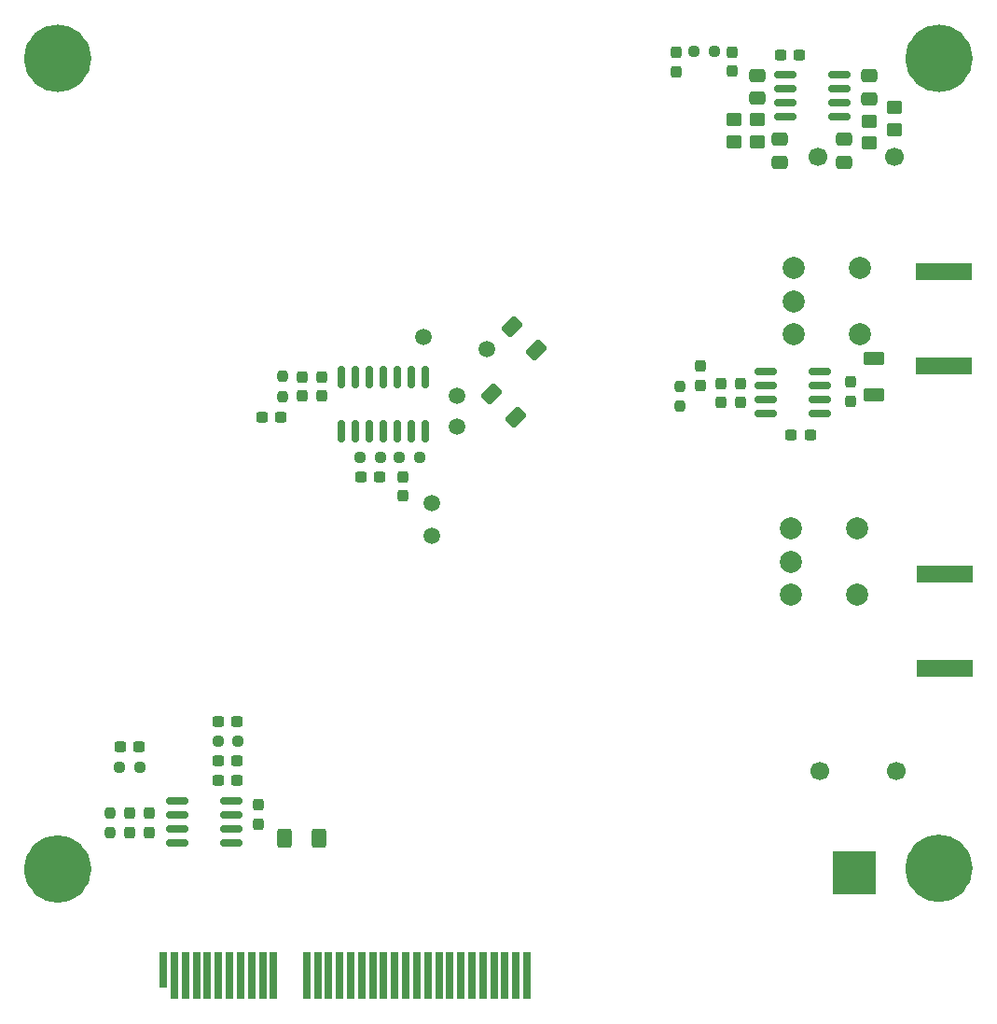
<source format=gbr>
%TF.GenerationSoftware,KiCad,Pcbnew,7.0.8*%
%TF.CreationDate,2023-11-11T12:02:15+01:00*%
%TF.ProjectId,Rhapsody_IQ,52686170-736f-4647-995f-49512e6b6963,rev?*%
%TF.SameCoordinates,Original*%
%TF.FileFunction,Soldermask,Bot*%
%TF.FilePolarity,Negative*%
%FSLAX46Y46*%
G04 Gerber Fmt 4.6, Leading zero omitted, Abs format (unit mm)*
G04 Created by KiCad (PCBNEW 7.0.8) date 2023-11-11 12:02:15*
%MOMM*%
%LPD*%
G01*
G04 APERTURE LIST*
G04 Aperture macros list*
%AMRoundRect*
0 Rectangle with rounded corners*
0 $1 Rounding radius*
0 $2 $3 $4 $5 $6 $7 $8 $9 X,Y pos of 4 corners*
0 Add a 4 corners polygon primitive as box body*
4,1,4,$2,$3,$4,$5,$6,$7,$8,$9,$2,$3,0*
0 Add four circle primitives for the rounded corners*
1,1,$1+$1,$2,$3*
1,1,$1+$1,$4,$5*
1,1,$1+$1,$6,$7*
1,1,$1+$1,$8,$9*
0 Add four rect primitives between the rounded corners*
20,1,$1+$1,$2,$3,$4,$5,0*
20,1,$1+$1,$4,$5,$6,$7,0*
20,1,$1+$1,$6,$7,$8,$9,0*
20,1,$1+$1,$8,$9,$2,$3,0*%
G04 Aperture macros list end*
%ADD10C,3.075000*%
%ADD11R,5.080000X1.500000*%
%ADD12C,2.000000*%
%ADD13R,0.700000X3.200000*%
%ADD14R,0.700000X4.300000*%
%ADD15C,1.700000*%
%ADD16RoundRect,0.237500X-0.300000X-0.237500X0.300000X-0.237500X0.300000X0.237500X-0.300000X0.237500X0*%
%ADD17RoundRect,0.237500X0.250000X0.237500X-0.250000X0.237500X-0.250000X-0.237500X0.250000X-0.237500X0*%
%ADD18RoundRect,0.237500X0.300000X0.237500X-0.300000X0.237500X-0.300000X-0.237500X0.300000X-0.237500X0*%
%ADD19RoundRect,0.237500X0.237500X-0.250000X0.237500X0.250000X-0.237500X0.250000X-0.237500X-0.250000X0*%
%ADD20RoundRect,0.237500X-0.237500X0.300000X-0.237500X-0.300000X0.237500X-0.300000X0.237500X0.300000X0*%
%ADD21RoundRect,0.237500X0.237500X-0.300000X0.237500X0.300000X-0.237500X0.300000X-0.237500X-0.300000X0*%
%ADD22RoundRect,0.250000X-0.400000X-0.625000X0.400000X-0.625000X0.400000X0.625000X-0.400000X0.625000X0*%
%ADD23RoundRect,0.150000X0.825000X0.150000X-0.825000X0.150000X-0.825000X-0.150000X0.825000X-0.150000X0*%
%ADD24C,1.500000*%
%ADD25RoundRect,0.237500X-0.250000X-0.237500X0.250000X-0.237500X0.250000X0.237500X-0.250000X0.237500X0*%
%ADD26RoundRect,0.250000X0.700000X-0.362500X0.700000X0.362500X-0.700000X0.362500X-0.700000X-0.362500X0*%
%ADD27RoundRect,0.250000X-0.724784X-0.159099X-0.159099X-0.724784X0.724784X0.159099X0.159099X0.724784X0*%
%ADD28RoundRect,0.250000X0.475000X-0.337500X0.475000X0.337500X-0.475000X0.337500X-0.475000X-0.337500X0*%
%ADD29RoundRect,0.150000X-0.150000X0.825000X-0.150000X-0.825000X0.150000X-0.825000X0.150000X0.825000X0*%
%ADD30RoundRect,0.250000X0.450000X-0.350000X0.450000X0.350000X-0.450000X0.350000X-0.450000X-0.350000X0*%
%ADD31RoundRect,0.250000X-0.450000X0.350000X-0.450000X-0.350000X0.450000X-0.350000X0.450000X0.350000X0*%
%ADD32RoundRect,0.237500X-0.237500X0.250000X-0.237500X-0.250000X0.237500X-0.250000X0.237500X0.250000X0*%
%ADD33R,4.000000X4.000000*%
%ADD34RoundRect,0.250000X-0.475000X0.337500X-0.475000X-0.337500X0.475000X-0.337500X0.475000X0.337500X0*%
G04 APERTURE END LIST*
D10*
X189545500Y-33528000D02*
G75*
G03*
X189545500Y-33528000I-1537500J0D01*
G01*
X109535500Y-107061000D02*
G75*
G03*
X109535500Y-107061000I-1537500J0D01*
G01*
X189537500Y-107000000D02*
G75*
G03*
X189537500Y-107000000I-1537500J0D01*
G01*
X109535500Y-33528000D02*
G75*
G03*
X109535500Y-33528000I-1537500J0D01*
G01*
D11*
%TO.C,J102*%
X188566500Y-80332000D03*
X188566500Y-88832000D03*
%TD*%
%TO.C,J104*%
X188439500Y-52900000D03*
X188439500Y-61400000D03*
%TD*%
D12*
%TO.C,T301*%
X180594000Y-76200000D03*
X180594000Y-82200000D03*
X174594000Y-76200000D03*
X174594000Y-79200000D03*
X174594000Y-82200000D03*
%TD*%
D13*
%TO.C,J501*%
X117606000Y-116205000D03*
D14*
X118606000Y-116755000D03*
X119606000Y-116755000D03*
X120606000Y-116755000D03*
X121606000Y-116755000D03*
X122606000Y-116755000D03*
X123606000Y-116755000D03*
X124606000Y-116755000D03*
X125606000Y-116755000D03*
X126606000Y-116755000D03*
X127606000Y-116755000D03*
X130606000Y-116755000D03*
X131606000Y-116755000D03*
X132606000Y-116755000D03*
X133606000Y-116755000D03*
X134606000Y-116755000D03*
X135606000Y-116755000D03*
X136606000Y-116755000D03*
X137606000Y-116755000D03*
X138606000Y-116755000D03*
X139606000Y-116755000D03*
X140606000Y-116755000D03*
X141606000Y-116755000D03*
X142606000Y-116755000D03*
X143606000Y-116755000D03*
X144606000Y-116755000D03*
X145606000Y-116755000D03*
X146606000Y-116755000D03*
X147606000Y-116755000D03*
X148606000Y-116755000D03*
X149606000Y-116755000D03*
X150606000Y-116755000D03*
%TD*%
D15*
%TO.C,J103*%
X184004000Y-42430000D03*
X177004000Y-42430000D03*
%TD*%
D12*
%TO.C,T201*%
X180848000Y-52547000D03*
X180848000Y-58547000D03*
X174848000Y-52547000D03*
X174848000Y-55547000D03*
X174848000Y-58547000D03*
%TD*%
D15*
%TO.C,J101*%
X184150000Y-98171000D03*
X177150000Y-98171000D03*
%TD*%
D16*
%TO.C,C233*%
X173635500Y-33274000D03*
X175360500Y-33274000D03*
%TD*%
D17*
%TO.C,R305*%
X124395000Y-95504000D03*
X122570000Y-95504000D03*
%TD*%
D18*
%TO.C,C402*%
X128243500Y-66105000D03*
X126518500Y-66105000D03*
%TD*%
D19*
%TO.C,R307*%
X112776000Y-103782500D03*
X112776000Y-101957500D03*
%TD*%
D20*
%TO.C,C115*%
X179959000Y-62891500D03*
X179959000Y-64616500D03*
%TD*%
D21*
%TO.C,C404*%
X131953000Y-64173500D03*
X131953000Y-62448500D03*
%TD*%
D22*
%TO.C,R306*%
X128625000Y-104267000D03*
X131725000Y-104267000D03*
%TD*%
D20*
%TO.C,C232*%
X169265600Y-32970300D03*
X169265600Y-34695300D03*
%TD*%
D23*
%TO.C,U303*%
X123785400Y-100914200D03*
X123785400Y-102184200D03*
X123785400Y-103454200D03*
X123785400Y-104724200D03*
X118835400Y-104724200D03*
X118835400Y-103454200D03*
X118835400Y-102184200D03*
X118835400Y-100914200D03*
%TD*%
D16*
%TO.C,C311*%
X122581500Y-97282000D03*
X124306500Y-97282000D03*
%TD*%
D24*
%TO.C,TP401*%
X147000000Y-59900000D03*
%TD*%
D25*
%TO.C,R405*%
X139041500Y-69723000D03*
X140866500Y-69723000D03*
%TD*%
D24*
%TO.C,VFO_LO401*%
X141986000Y-73914000D03*
%TD*%
D26*
%TO.C,L203*%
X182118000Y-64044900D03*
X182118000Y-60719900D03*
%TD*%
D27*
%TO.C,R401*%
X149271984Y-57831984D03*
X151464016Y-60024016D03*
%TD*%
D28*
%TO.C,C221*%
X171500800Y-37156300D03*
X171500800Y-35081300D03*
%TD*%
D23*
%TO.C,U102*%
X177227000Y-61976000D03*
X177227000Y-63246000D03*
X177227000Y-64516000D03*
X177227000Y-65786000D03*
X172277000Y-65786000D03*
X172277000Y-64516000D03*
X172277000Y-63246000D03*
X172277000Y-61976000D03*
%TD*%
D24*
%TO.C,TP108*%
X141224000Y-58801000D03*
%TD*%
D25*
%TO.C,R303*%
X113641500Y-97825500D03*
X115466500Y-97825500D03*
%TD*%
D21*
%TO.C,C403*%
X130175000Y-64173500D03*
X130175000Y-62448500D03*
%TD*%
%TO.C,C405*%
X139319000Y-73226000D03*
X139319000Y-71501000D03*
%TD*%
D16*
%TO.C,C312*%
X122581500Y-99060000D03*
X124306500Y-99060000D03*
%TD*%
D29*
%TO.C,U401*%
X133731000Y-62422000D03*
X135001000Y-62422000D03*
X136271000Y-62422000D03*
X137541000Y-62422000D03*
X138811000Y-62422000D03*
X140081000Y-62422000D03*
X141351000Y-62422000D03*
X141351000Y-67372000D03*
X140081000Y-67372000D03*
X138811000Y-67372000D03*
X137541000Y-67372000D03*
X136271000Y-67372000D03*
X135001000Y-67372000D03*
X133731000Y-67372000D03*
%TD*%
D25*
%TO.C,R221*%
X165762300Y-32918400D03*
X167587300Y-32918400D03*
%TD*%
D30*
%TO.C,R217*%
X169367200Y-41081200D03*
X169367200Y-39081200D03*
%TD*%
%TO.C,R207*%
X183946800Y-40014400D03*
X183946800Y-38014400D03*
%TD*%
D31*
%TO.C,R208*%
X181660800Y-39233600D03*
X181660800Y-41233600D03*
%TD*%
D16*
%TO.C,C310*%
X122581500Y-93726000D03*
X124306500Y-93726000D03*
%TD*%
D21*
%TO.C,C110*%
X166370000Y-63194100D03*
X166370000Y-61469100D03*
%TD*%
D32*
%TO.C,R104*%
X164530000Y-63247900D03*
X164530000Y-65072900D03*
%TD*%
D27*
%TO.C,R402*%
X147366984Y-63927984D03*
X149559016Y-66120016D03*
%TD*%
D33*
%TO.C,TP111*%
X180340000Y-107442000D03*
%TD*%
D20*
%TO.C,C112*%
X168213000Y-63043900D03*
X168213000Y-64768900D03*
%TD*%
D24*
%TO.C,TP108*%
X144272000Y-66929000D03*
%TD*%
D31*
%TO.C,R218*%
X171551600Y-39081200D03*
X171551600Y-41081200D03*
%TD*%
D16*
%TO.C,C114*%
X174589500Y-67691000D03*
X176314500Y-67691000D03*
%TD*%
D20*
%TO.C,C231*%
X164134800Y-33021100D03*
X164134800Y-34746100D03*
%TD*%
D21*
%TO.C,C309*%
X126238000Y-102970500D03*
X126238000Y-101245500D03*
%TD*%
D28*
%TO.C,C205*%
X181711600Y-37177800D03*
X181711600Y-35102800D03*
%TD*%
D25*
%TO.C,R404*%
X135485500Y-69723000D03*
X137310500Y-69723000D03*
%TD*%
D20*
%TO.C,C111*%
X169991000Y-63043900D03*
X169991000Y-64768900D03*
%TD*%
D24*
%TO.C,TP108*%
X141986000Y-76835000D03*
%TD*%
D34*
%TO.C,C229*%
X173583600Y-40872500D03*
X173583600Y-42947500D03*
%TD*%
D23*
%TO.C,U202*%
X179005000Y-35026600D03*
X179005000Y-36296600D03*
X179005000Y-37566600D03*
X179005000Y-38836600D03*
X174055000Y-38836600D03*
X174055000Y-37566600D03*
X174055000Y-36296600D03*
X174055000Y-35026600D03*
%TD*%
D16*
%TO.C,C401*%
X135535500Y-71501000D03*
X137260500Y-71501000D03*
%TD*%
D18*
%TO.C,C320*%
X115416500Y-96012000D03*
X113691500Y-96012000D03*
%TD*%
D20*
%TO.C,C307*%
X114518500Y-102007500D03*
X114518500Y-103732500D03*
%TD*%
D24*
%TO.C,TP402*%
X144272000Y-64135000D03*
%TD*%
D20*
%TO.C,C308*%
X116296500Y-102007500D03*
X116296500Y-103732500D03*
%TD*%
D34*
%TO.C,C218*%
X179425600Y-40872500D03*
X179425600Y-42947500D03*
%TD*%
D32*
%TO.C,R403*%
X128397000Y-62398500D03*
X128397000Y-64223500D03*
%TD*%
M02*

</source>
